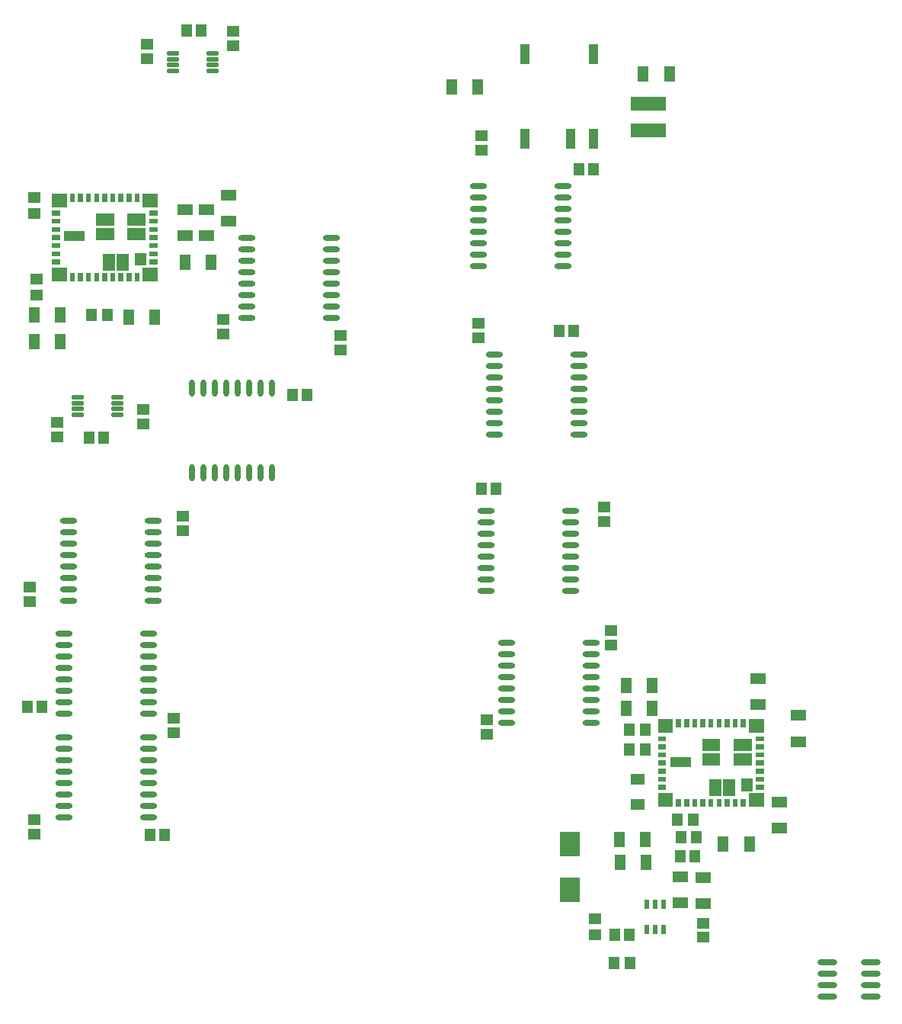
<source format=gbr>
%TF.GenerationSoftware,Altium Limited,Altium Designer,19.1.9 (167)*%
G04 Layer_Color=128*
%FSLAX26Y26*%
%MOIN*%
%TF.FileFunction,Paste,Bot*%
%TF.Part,Single*%
G01*
G75*
%TA.AperFunction,SMDPad,CuDef*%
%ADD14R,0.045276X0.053150*%
G04:AMPARAMS|DCode=17|XSize=17.716mil|YSize=53.15mil|CornerRadius=1.949mil|HoleSize=0mil|Usage=FLASHONLY|Rotation=270.000|XOffset=0mil|YOffset=0mil|HoleType=Round|Shape=RoundedRectangle|*
%AMROUNDEDRECTD17*
21,1,0.017716,0.049252,0,0,270.0*
21,1,0.013819,0.053150,0,0,270.0*
1,1,0.003898,-0.024626,-0.006910*
1,1,0.003898,-0.024626,0.006910*
1,1,0.003898,0.024626,0.006910*
1,1,0.003898,0.024626,-0.006910*
%
%ADD17ROUNDEDRECTD17*%
%ADD19R,0.055118X0.051181*%
%ADD20R,0.051181X0.055118*%
%ADD22R,0.053150X0.045276*%
%ADD23R,0.064961X0.047244*%
%ADD24O,0.086614X0.023622*%
%ADD53R,0.086614X0.106299*%
%ADD54R,0.023622X0.039370*%
%ADD55O,0.074803X0.023622*%
%ADD57R,0.023622X0.037402*%
%ADD63R,0.039370X0.090551*%
%ADD64R,0.051181X0.070866*%
%ADD65R,0.070866X0.051181*%
%ADD66O,0.023622X0.074803*%
%ADD67R,0.153543X0.062992*%
G36*
X1207663Y3814561D02*
X1186001D01*
Y3850003D01*
X1207663D01*
Y3814561D01*
D02*
G37*
G36*
X1172233D02*
X1150571D01*
Y3850003D01*
X1172233D01*
Y3814561D01*
D02*
G37*
G36*
X1136803D02*
X1115141D01*
Y3850003D01*
X1136803D01*
Y3814561D01*
D02*
G37*
G36*
X1101373D02*
X1079711D01*
Y3850003D01*
X1101373D01*
Y3814561D01*
D02*
G37*
G36*
X1065943D02*
X1044281D01*
Y3850003D01*
X1065943D01*
Y3814561D01*
D02*
G37*
G36*
X1030513D02*
X1008851D01*
Y3850003D01*
X1030513D01*
Y3814561D01*
D02*
G37*
G36*
X995083D02*
X973421D01*
Y3850003D01*
X995083D01*
Y3814561D01*
D02*
G37*
G36*
X959653D02*
X937991D01*
Y3850003D01*
X959653D01*
Y3814561D01*
D02*
G37*
G36*
X924223D02*
X902561D01*
Y3850003D01*
X924223D01*
Y3814561D01*
D02*
G37*
G36*
X1286416Y3789168D02*
X1221446D01*
Y3850200D01*
X1286416D01*
Y3789168D01*
D02*
G37*
G36*
X888778D02*
X823808D01*
Y3850200D01*
X888778D01*
Y3789168D01*
D02*
G37*
G36*
X1286415Y3753726D02*
X1250974D01*
Y3775388D01*
X1286415D01*
Y3753726D01*
D02*
G37*
G36*
X859250D02*
X823809D01*
Y3775388D01*
X859250D01*
Y3753726D01*
D02*
G37*
G36*
X1286415Y3718296D02*
X1250974D01*
Y3739958D01*
X1286415D01*
Y3718296D01*
D02*
G37*
G36*
X859250D02*
X823809D01*
Y3739958D01*
X859250D01*
Y3718296D01*
D02*
G37*
G36*
X1232870Y3709251D02*
X1154130D01*
Y3762401D01*
X1232870D01*
Y3709251D01*
D02*
G37*
G36*
X1095860D02*
X1017120D01*
Y3762401D01*
X1095860D01*
Y3709251D01*
D02*
G37*
G36*
X1286415Y3682866D02*
X1250974D01*
Y3704528D01*
X1286415D01*
Y3682866D01*
D02*
G37*
G36*
X859250D02*
X823809D01*
Y3704528D01*
X859250D01*
Y3682866D01*
D02*
G37*
G36*
X1232870Y3648227D02*
X1154130D01*
Y3701377D01*
X1232870D01*
Y3648227D01*
D02*
G37*
G36*
X1095860D02*
X1017120D01*
Y3701377D01*
X1095860D01*
Y3648227D01*
D02*
G37*
G36*
X1286415Y3647436D02*
X1250974D01*
Y3669098D01*
X1286415D01*
Y3647436D01*
D02*
G37*
G36*
X859250D02*
X823809D01*
Y3669098D01*
X859250D01*
Y3647436D01*
D02*
G37*
G36*
X966529Y3641923D02*
X877947D01*
Y3685230D01*
X966529D01*
Y3641923D01*
D02*
G37*
G36*
X1286415Y3612006D02*
X1250974D01*
Y3633668D01*
X1286415D01*
Y3612006D01*
D02*
G37*
G36*
X859250D02*
X823809D01*
Y3633668D01*
X859250D01*
Y3612006D01*
D02*
G37*
G36*
X1286415Y3576576D02*
X1250974D01*
Y3598238D01*
X1286415D01*
Y3576576D01*
D02*
G37*
G36*
X859250D02*
X823809D01*
Y3598238D01*
X859250D01*
Y3576576D01*
D02*
G37*
G36*
X1286415Y3541146D02*
X1250974D01*
Y3562808D01*
X1286415D01*
Y3541146D01*
D02*
G37*
G36*
X859250D02*
X823809D01*
Y3562808D01*
X859250D01*
Y3541146D01*
D02*
G37*
G36*
X1236411Y3535235D02*
X1187592D01*
Y3590354D01*
X1236411D01*
Y3535235D01*
D02*
G37*
G36*
X1160230Y3513976D02*
X1108065D01*
Y3586416D01*
X1160230D01*
Y3513976D01*
D02*
G37*
G36*
X1100191D02*
X1048025D01*
Y3586416D01*
X1100191D01*
Y3513976D01*
D02*
G37*
G36*
X1207663Y3466531D02*
X1186001D01*
Y3501973D01*
X1207663D01*
Y3466531D01*
D02*
G37*
G36*
X1172233D02*
X1150571D01*
Y3501973D01*
X1172233D01*
Y3466531D01*
D02*
G37*
G36*
X1136803D02*
X1115141D01*
Y3501973D01*
X1136803D01*
Y3466531D01*
D02*
G37*
G36*
X1101373D02*
X1079711D01*
Y3501973D01*
X1101373D01*
Y3466531D01*
D02*
G37*
G36*
X1065943D02*
X1044281D01*
Y3501973D01*
X1065943D01*
Y3466531D01*
D02*
G37*
G36*
X1030513D02*
X1008851D01*
Y3501973D01*
X1030513D01*
Y3466531D01*
D02*
G37*
G36*
X995083D02*
X973421D01*
Y3501973D01*
X995083D01*
Y3466531D01*
D02*
G37*
G36*
X959653D02*
X937991D01*
Y3501973D01*
X959653D01*
Y3466531D01*
D02*
G37*
G36*
X924223D02*
X902561D01*
Y3501973D01*
X924223D01*
Y3466531D01*
D02*
G37*
G36*
X1286416Y3466334D02*
X1221446D01*
Y3527366D01*
X1286416D01*
Y3466334D01*
D02*
G37*
G36*
X888778D02*
X823808D01*
Y3527366D01*
X888778D01*
Y3466334D01*
D02*
G37*
G36*
X3860228Y1517126D02*
X3838566D01*
Y1552568D01*
X3860228D01*
Y1517126D01*
D02*
G37*
G36*
X3824798D02*
X3803136D01*
Y1552568D01*
X3824798D01*
Y1517126D01*
D02*
G37*
G36*
X3789368D02*
X3767706D01*
Y1552568D01*
X3789368D01*
Y1517126D01*
D02*
G37*
G36*
X3753938D02*
X3732276D01*
Y1552568D01*
X3753938D01*
Y1517126D01*
D02*
G37*
G36*
X3718508D02*
X3696846D01*
Y1552568D01*
X3718508D01*
Y1517126D01*
D02*
G37*
G36*
X3683078D02*
X3661416D01*
Y1552568D01*
X3683078D01*
Y1517126D01*
D02*
G37*
G36*
X3647648D02*
X3625986D01*
Y1552568D01*
X3647648D01*
Y1517126D01*
D02*
G37*
G36*
X3612218D02*
X3590556D01*
Y1552568D01*
X3612218D01*
Y1517126D01*
D02*
G37*
G36*
X3576788D02*
X3555126D01*
Y1552568D01*
X3576788D01*
Y1517126D01*
D02*
G37*
G36*
X3938981Y1491733D02*
X3874012D01*
Y1552765D01*
X3938981D01*
Y1491733D01*
D02*
G37*
G36*
X3541343D02*
X3476374D01*
Y1552765D01*
X3541343D01*
Y1491733D01*
D02*
G37*
G36*
X3938981Y1456291D02*
X3903539D01*
Y1477953D01*
X3938981D01*
Y1456291D01*
D02*
G37*
G36*
X3511815D02*
X3476374D01*
Y1477953D01*
X3511815D01*
Y1456291D01*
D02*
G37*
G36*
X3938981Y1420861D02*
X3903539D01*
Y1442523D01*
X3938981D01*
Y1420861D01*
D02*
G37*
G36*
X3511815D02*
X3476374D01*
Y1442523D01*
X3511815D01*
Y1420861D01*
D02*
G37*
G36*
X3885435Y1411816D02*
X3806695D01*
Y1464966D01*
X3885435D01*
Y1411816D01*
D02*
G37*
G36*
X3748425D02*
X3669685D01*
Y1464966D01*
X3748425D01*
Y1411816D01*
D02*
G37*
G36*
X3938981Y1385431D02*
X3903539D01*
Y1407093D01*
X3938981D01*
Y1385431D01*
D02*
G37*
G36*
X3511815D02*
X3476374D01*
Y1407093D01*
X3511815D01*
Y1385431D01*
D02*
G37*
G36*
X3885435Y1350792D02*
X3806695D01*
Y1403942D01*
X3885435D01*
Y1350792D01*
D02*
G37*
G36*
X3748425D02*
X3669685D01*
Y1403942D01*
X3748425D01*
Y1350792D01*
D02*
G37*
G36*
X3938981Y1350001D02*
X3903539D01*
Y1371663D01*
X3938981D01*
Y1350001D01*
D02*
G37*
G36*
X3511815D02*
X3476374D01*
Y1371663D01*
X3511815D01*
Y1350001D01*
D02*
G37*
G36*
X3619095Y1344488D02*
X3530512D01*
Y1387795D01*
X3619095D01*
Y1344488D01*
D02*
G37*
G36*
X3938981Y1314571D02*
X3903539D01*
Y1336233D01*
X3938981D01*
Y1314571D01*
D02*
G37*
G36*
X3511815D02*
X3476374D01*
Y1336233D01*
X3511815D01*
Y1314571D01*
D02*
G37*
G36*
X3938981Y1279141D02*
X3903539D01*
Y1300803D01*
X3938981D01*
Y1279141D01*
D02*
G37*
G36*
X3511815D02*
X3476374D01*
Y1300803D01*
X3511815D01*
Y1279141D01*
D02*
G37*
G36*
X3938981Y1243711D02*
X3903539D01*
Y1265373D01*
X3938981D01*
Y1243711D01*
D02*
G37*
G36*
X3511815D02*
X3476374D01*
Y1265373D01*
X3511815D01*
Y1243711D01*
D02*
G37*
G36*
X3888977Y1237800D02*
X3840158D01*
Y1292918D01*
X3888977D01*
Y1237800D01*
D02*
G37*
G36*
X3812795Y1216540D02*
X3760630D01*
Y1288981D01*
X3812795D01*
Y1216540D01*
D02*
G37*
G36*
X3752756D02*
X3700591D01*
Y1288981D01*
X3752756D01*
Y1216540D01*
D02*
G37*
G36*
X3860228Y1169096D02*
X3838566D01*
Y1204537D01*
X3860228D01*
Y1169096D01*
D02*
G37*
G36*
X3824798D02*
X3803136D01*
Y1204537D01*
X3824798D01*
Y1169096D01*
D02*
G37*
G36*
X3789368D02*
X3767706D01*
Y1204537D01*
X3789368D01*
Y1169096D01*
D02*
G37*
G36*
X3753938D02*
X3732276D01*
Y1204537D01*
X3753938D01*
Y1169096D01*
D02*
G37*
G36*
X3718508D02*
X3696846D01*
Y1204537D01*
X3718508D01*
Y1169096D01*
D02*
G37*
G36*
X3683078D02*
X3661416D01*
Y1204537D01*
X3683078D01*
Y1169096D01*
D02*
G37*
G36*
X3647648D02*
X3625986D01*
Y1204537D01*
X3647648D01*
Y1169096D01*
D02*
G37*
G36*
X3612218D02*
X3590556D01*
Y1204537D01*
X3612218D01*
Y1169096D01*
D02*
G37*
G36*
X3576788D02*
X3555126D01*
Y1204537D01*
X3576788D01*
Y1169096D01*
D02*
G37*
G36*
X3938981Y1168898D02*
X3874012D01*
Y1229930D01*
X3938981D01*
Y1168898D01*
D02*
G37*
G36*
X3541343D02*
X3476374D01*
Y1229930D01*
X3541343D01*
Y1168898D01*
D02*
G37*
D14*
X3560039Y1114173D02*
D03*
X3628937D02*
D03*
X3575787Y1035433D02*
D03*
X3644685D02*
D03*
X3351378Y1421260D02*
D03*
X3420276D02*
D03*
X3351378Y1507874D02*
D03*
X3420276D02*
D03*
X997047Y3318898D02*
D03*
X1065945D02*
D03*
X3283465Y486221D02*
D03*
X3352362D02*
D03*
D17*
X936024Y2959646D02*
D03*
X1111220D02*
D03*
Y2934055D02*
D03*
Y2908465D02*
D03*
Y2882874D02*
D03*
X936024Y2934055D02*
D03*
Y2908465D02*
D03*
Y2882874D02*
D03*
X1528543Y4386811D02*
D03*
X1353347D02*
D03*
Y4412402D02*
D03*
Y4437992D02*
D03*
Y4463583D02*
D03*
X1528543Y4412402D02*
D03*
Y4437992D02*
D03*
Y4463583D02*
D03*
D19*
X1224409Y2842520D02*
D03*
Y2905512D02*
D03*
X1240158Y4440945D02*
D03*
Y4503937D02*
D03*
X846457Y2787401D02*
D03*
Y2850394D02*
D03*
X1618110Y4496063D02*
D03*
Y4559055D02*
D03*
X1574803Y3299213D02*
D03*
Y3236220D02*
D03*
X1397638Y2377953D02*
D03*
Y2440945D02*
D03*
X2086614Y3228346D02*
D03*
Y3165354D02*
D03*
X3241732Y2478740D02*
D03*
Y2415748D02*
D03*
X728346Y2066929D02*
D03*
Y2129921D02*
D03*
X1358268Y1555118D02*
D03*
Y1492126D02*
D03*
X3271654Y1940945D02*
D03*
Y1877953D02*
D03*
X748032Y1051181D02*
D03*
Y1114173D02*
D03*
X2688976Y3220472D02*
D03*
Y3283465D02*
D03*
X2704724Y4102362D02*
D03*
Y4039370D02*
D03*
X3673228Y598425D02*
D03*
Y661417D02*
D03*
X2728347Y1551181D02*
D03*
Y1488189D02*
D03*
D20*
X3192913Y3956693D02*
D03*
X3129921D02*
D03*
X1051181Y2783465D02*
D03*
X988189D02*
D03*
X1476378Y4562992D02*
D03*
X1413386D02*
D03*
X3574803Y952756D02*
D03*
X3637795D02*
D03*
X3107874Y3250394D02*
D03*
X3044882D02*
D03*
X779528Y1606299D02*
D03*
X716535D02*
D03*
X2704724Y2559055D02*
D03*
X2767717D02*
D03*
X1876968Y2970472D02*
D03*
X1939961D02*
D03*
X1252953Y1048228D02*
D03*
X1315945D02*
D03*
X3350394Y610236D02*
D03*
X3287402D02*
D03*
D22*
X755906Y3475394D02*
D03*
Y3406496D02*
D03*
X748032Y3764764D02*
D03*
Y3833661D02*
D03*
X3200787Y611221D02*
D03*
Y680118D02*
D03*
D23*
X3385827Y1291339D02*
D03*
Y1181102D02*
D03*
D24*
X4216535Y338386D02*
D03*
Y388386D02*
D03*
Y438386D02*
D03*
Y488386D02*
D03*
X4405512Y338386D02*
D03*
Y388386D02*
D03*
Y438386D02*
D03*
Y488386D02*
D03*
D53*
X3090551Y805118D02*
D03*
Y1005905D02*
D03*
D54*
X3427165Y634842D02*
D03*
X3464567D02*
D03*
X3501968D02*
D03*
Y743110D02*
D03*
X3464567D02*
D03*
X3427165D02*
D03*
D55*
X2688977Y3533661D02*
D03*
Y3583661D02*
D03*
Y3633661D02*
D03*
Y3683661D02*
D03*
Y3733661D02*
D03*
Y3783661D02*
D03*
Y3833661D02*
D03*
Y3883661D02*
D03*
X3059055Y3533661D02*
D03*
Y3583661D02*
D03*
Y3633661D02*
D03*
Y3683661D02*
D03*
Y3733661D02*
D03*
Y3783661D02*
D03*
Y3833661D02*
D03*
Y3883661D02*
D03*
X3131496Y3147638D02*
D03*
Y3097638D02*
D03*
Y3047638D02*
D03*
Y2997638D02*
D03*
Y2947638D02*
D03*
Y2897638D02*
D03*
Y2847638D02*
D03*
Y2797638D02*
D03*
X2761418Y3147638D02*
D03*
Y3097638D02*
D03*
Y3047638D02*
D03*
Y2997638D02*
D03*
Y2947638D02*
D03*
Y2897638D02*
D03*
Y2847638D02*
D03*
Y2797638D02*
D03*
X1248032Y1474213D02*
D03*
Y1424213D02*
D03*
Y1374213D02*
D03*
Y1324213D02*
D03*
Y1274213D02*
D03*
Y1224213D02*
D03*
Y1174213D02*
D03*
Y1124213D02*
D03*
X877953Y1474213D02*
D03*
Y1424213D02*
D03*
Y1374213D02*
D03*
Y1324213D02*
D03*
Y1274213D02*
D03*
Y1224213D02*
D03*
Y1174213D02*
D03*
Y1124213D02*
D03*
X2047244Y3657087D02*
D03*
Y3607087D02*
D03*
Y3557087D02*
D03*
Y3507087D02*
D03*
Y3457087D02*
D03*
Y3407087D02*
D03*
Y3357087D02*
D03*
Y3307087D02*
D03*
X1677165Y3657087D02*
D03*
Y3607087D02*
D03*
Y3557087D02*
D03*
Y3507087D02*
D03*
Y3457087D02*
D03*
Y3407087D02*
D03*
Y3357087D02*
D03*
Y3307087D02*
D03*
X2722047Y2114764D02*
D03*
Y2164764D02*
D03*
Y2214764D02*
D03*
Y2264764D02*
D03*
Y2314764D02*
D03*
Y2364764D02*
D03*
Y2414764D02*
D03*
Y2464764D02*
D03*
X3092126Y2114764D02*
D03*
Y2164764D02*
D03*
Y2214764D02*
D03*
Y2264764D02*
D03*
Y2314764D02*
D03*
Y2364764D02*
D03*
Y2414764D02*
D03*
Y2464764D02*
D03*
X1248032Y1926968D02*
D03*
Y1876968D02*
D03*
Y1826968D02*
D03*
Y1776968D02*
D03*
Y1726968D02*
D03*
Y1676968D02*
D03*
Y1626968D02*
D03*
Y1576968D02*
D03*
X877953Y1926968D02*
D03*
Y1876968D02*
D03*
Y1826968D02*
D03*
Y1776968D02*
D03*
Y1726968D02*
D03*
Y1676968D02*
D03*
Y1626968D02*
D03*
Y1576968D02*
D03*
X2812599Y1536024D02*
D03*
Y1586024D02*
D03*
Y1636024D02*
D03*
Y1686024D02*
D03*
Y1736024D02*
D03*
Y1786024D02*
D03*
Y1836024D02*
D03*
Y1886024D02*
D03*
X3182677Y1536024D02*
D03*
Y1586024D02*
D03*
Y1636024D02*
D03*
Y1686024D02*
D03*
Y1736024D02*
D03*
Y1786024D02*
D03*
Y1836024D02*
D03*
Y1886024D02*
D03*
X1267716Y2419095D02*
D03*
Y2369095D02*
D03*
Y2319095D02*
D03*
Y2269095D02*
D03*
Y2219095D02*
D03*
Y2169095D02*
D03*
Y2119095D02*
D03*
Y2069095D02*
D03*
X897638Y2419095D02*
D03*
Y2369095D02*
D03*
Y2319095D02*
D03*
Y2269095D02*
D03*
Y2219095D02*
D03*
Y2169095D02*
D03*
Y2119095D02*
D03*
Y2069095D02*
D03*
D57*
X1090542Y3484252D02*
D03*
D63*
X3193701Y4090551D02*
D03*
X3093701D02*
D03*
X2893701D02*
D03*
Y4460630D02*
D03*
X3193701D02*
D03*
D64*
X3525591Y4374016D02*
D03*
X3411417D02*
D03*
X860236Y3318898D02*
D03*
X746063D02*
D03*
X2687008Y4314961D02*
D03*
X2572835D02*
D03*
X3761811Y1007874D02*
D03*
X3875984D02*
D03*
X3336614Y1598425D02*
D03*
X3450787D02*
D03*
X3336614Y1700787D02*
D03*
X3450787D02*
D03*
X860236Y3204724D02*
D03*
X746063D02*
D03*
X1273622Y3311024D02*
D03*
X1159449D02*
D03*
X1521654Y3551181D02*
D03*
X1407480D02*
D03*
X3423228Y925197D02*
D03*
X3309055D02*
D03*
X3421260Y1027559D02*
D03*
X3307087D02*
D03*
D65*
X4007874Y1076772D02*
D03*
Y1190945D02*
D03*
X4090551Y1568898D02*
D03*
Y1454724D02*
D03*
X3913386Y1730315D02*
D03*
Y1616142D02*
D03*
X1405512Y3781496D02*
D03*
Y3667323D02*
D03*
X1598425Y3844488D02*
D03*
Y3730315D02*
D03*
X1500000Y3781496D02*
D03*
Y3667323D02*
D03*
X3673228Y860236D02*
D03*
Y746063D02*
D03*
X3574803Y864173D02*
D03*
Y750000D02*
D03*
D66*
X1437402Y3000000D02*
D03*
X1487402D02*
D03*
X1537402D02*
D03*
X1587402D02*
D03*
X1637402D02*
D03*
X1687402D02*
D03*
X1737402D02*
D03*
X1787402D02*
D03*
X1437402Y2629921D02*
D03*
X1487402D02*
D03*
X1537402D02*
D03*
X1587402D02*
D03*
X1637402D02*
D03*
X1687402D02*
D03*
X1737402D02*
D03*
X1787402D02*
D03*
D67*
X3433071Y4242126D02*
D03*
Y4127953D02*
D03*
%TF.MD5,fbeb6c8313a456b69c41e4b36597eac4*%
M02*

</source>
